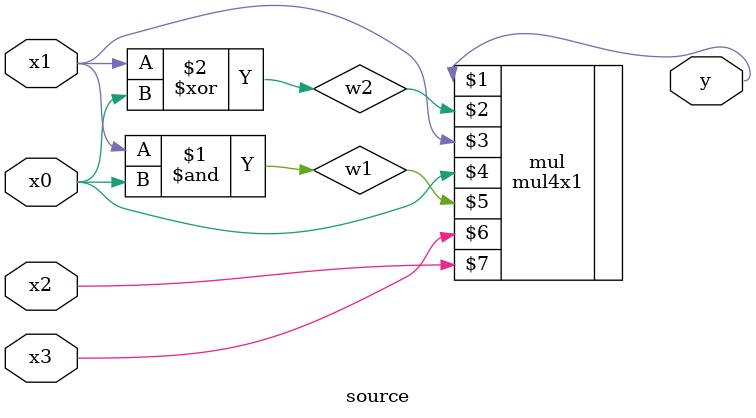
<source format=v>
`timescale 1ns / 1ns
module source(y, x3, x2, x1, x0);

input x3, x2, x1, x0;
output y;

wire w1, w2;

and A(w1, x1, x0);

xor X(w2, x1, x0);

mul4x1 mul(y, w2, x1, x0, w1, x3, x2);



endmodule
</source>
